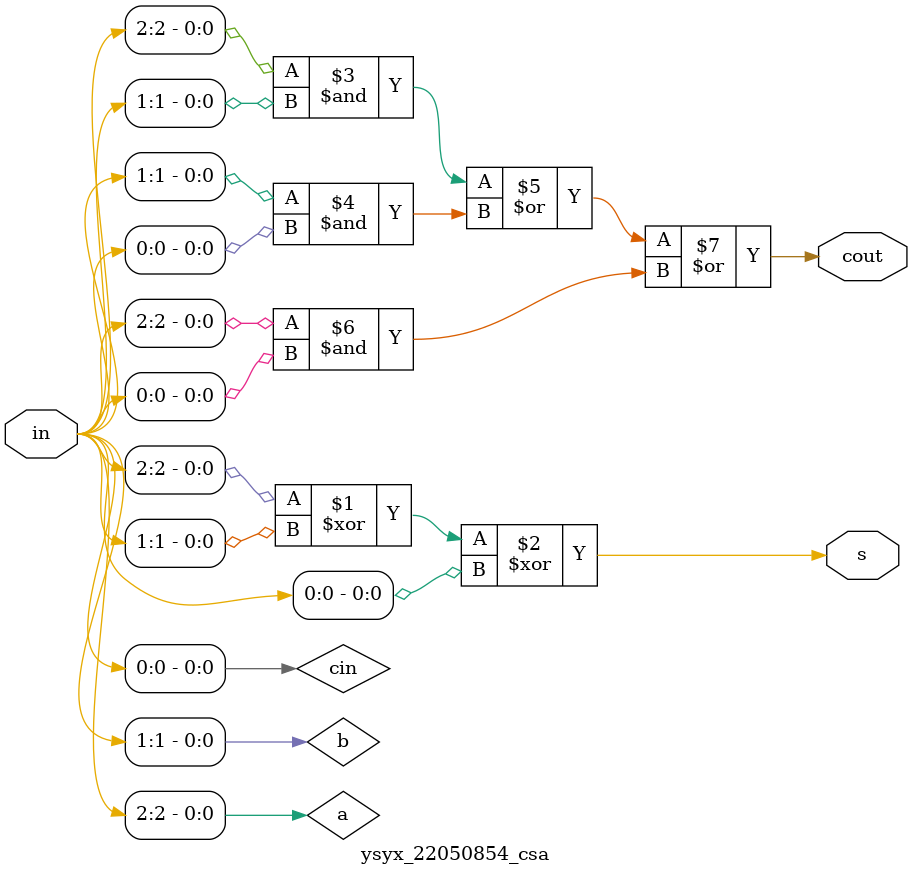
<source format=v>
module ysyx_22050854_csa(
  input [2:0] in,
  output cout,s

);
wire a,b,cin;
assign a=in[2];
assign b=in[1];
assign cin=in[0];
assign s = a ^ b ^ cin;
assign cout = a & b | b & cin | a & cin;

endmodule
</source>
